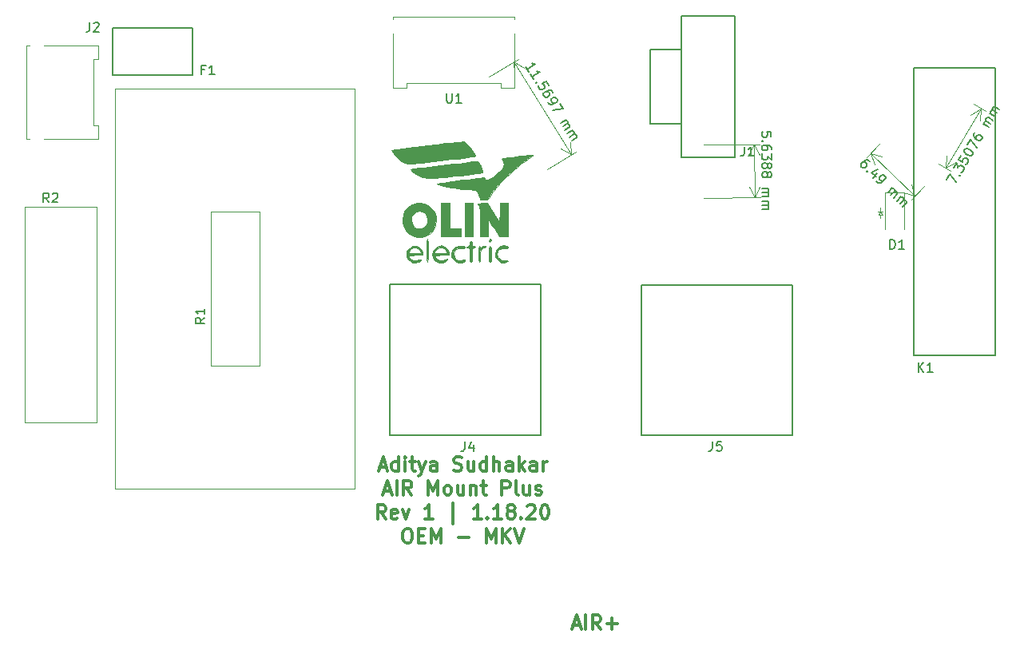
<source format=gbr>
G04 #@! TF.GenerationSoftware,KiCad,Pcbnew,(5.1.4-0-10_14)*
G04 #@! TF.CreationDate,2020-02-02T19:36:20-05:00*
G04 #@! TF.ProjectId,AIR_MOUNT_PLUS,4149525f-4d4f-4554-9e54-5f504c55532e,rev?*
G04 #@! TF.SameCoordinates,Original*
G04 #@! TF.FileFunction,Legend,Top*
G04 #@! TF.FilePolarity,Positive*
%FSLAX46Y46*%
G04 Gerber Fmt 4.6, Leading zero omitted, Abs format (unit mm)*
G04 Created by KiCad (PCBNEW (5.1.4-0-10_14)) date 2020-02-02 19:36:20*
%MOMM*%
%LPD*%
G04 APERTURE LIST*
%ADD10C,0.150000*%
%ADD11C,0.120000*%
%ADD12C,0.300000*%
%ADD13C,0.010000*%
%ADD14C,0.100000*%
G04 APERTURE END LIST*
D10*
X92063095Y-82990896D02*
X91761130Y-82505769D01*
X91912112Y-82748333D02*
X92761084Y-82219894D01*
X92589475Y-82214531D01*
X92458293Y-82184004D01*
X92367538Y-82128313D01*
X92566369Y-83799440D02*
X92264405Y-83314314D01*
X92415387Y-83556877D02*
X93264359Y-83028439D01*
X93092750Y-83023075D01*
X92961568Y-82992549D01*
X92870813Y-82936858D01*
X92873697Y-84112958D02*
X92858434Y-84178549D01*
X92792843Y-84163285D01*
X92808106Y-84097694D01*
X92873697Y-84112958D01*
X92792843Y-84163285D01*
X94145089Y-84443392D02*
X93893452Y-84039119D01*
X93464016Y-84250329D01*
X93529607Y-84265593D01*
X93620362Y-84321284D01*
X93746180Y-84523420D01*
X93756081Y-84629438D01*
X93740817Y-84695029D01*
X93685126Y-84785784D01*
X93482990Y-84911602D01*
X93376972Y-84921502D01*
X93311381Y-84906239D01*
X93220626Y-84850548D01*
X93094808Y-84648412D01*
X93084908Y-84542394D01*
X93100171Y-84476803D01*
X94623200Y-85211509D02*
X94522545Y-85049800D01*
X94431791Y-84994109D01*
X94366200Y-84978846D01*
X94194590Y-84973482D01*
X94007718Y-85033710D01*
X93684300Y-85235020D01*
X93628609Y-85325775D01*
X93613346Y-85391366D01*
X93623246Y-85497384D01*
X93723901Y-85659093D01*
X93814656Y-85714783D01*
X93880247Y-85730047D01*
X93986265Y-85720147D01*
X94188401Y-85594328D01*
X94244092Y-85503573D01*
X94259355Y-85437982D01*
X94249455Y-85331964D01*
X94148800Y-85170255D01*
X94058045Y-85114565D01*
X93992454Y-85099301D01*
X93886436Y-85109201D01*
X94076193Y-86225074D02*
X94176848Y-86386783D01*
X94267603Y-86442473D01*
X94333194Y-86457737D01*
X94504803Y-86463100D01*
X94691676Y-86402872D01*
X95015093Y-86201563D01*
X95070784Y-86110808D01*
X95086048Y-86045217D01*
X95076147Y-85939199D01*
X94975492Y-85777490D01*
X94884738Y-85721799D01*
X94819147Y-85706536D01*
X94713129Y-85716436D01*
X94510992Y-85842255D01*
X94455302Y-85933009D01*
X94440038Y-85998600D01*
X94449938Y-86104618D01*
X94550593Y-86266327D01*
X94641348Y-86322018D01*
X94706939Y-86337282D01*
X94812957Y-86327381D01*
X95352948Y-86383898D02*
X95705241Y-86949879D01*
X94629795Y-87114473D01*
X95460198Y-88448571D02*
X96026180Y-88096279D01*
X95945325Y-88146606D02*
X96010916Y-88161870D01*
X96101671Y-88217561D01*
X96177162Y-88338842D01*
X96187062Y-88444860D01*
X96131371Y-88535615D01*
X95686672Y-88812416D01*
X96131371Y-88535615D02*
X96237390Y-88525715D01*
X96328144Y-88581406D01*
X96403635Y-88702687D01*
X96413536Y-88808705D01*
X96357845Y-88899460D01*
X95913146Y-89176261D01*
X96164783Y-89580533D02*
X96730764Y-89228241D01*
X96649910Y-89278569D02*
X96715500Y-89293832D01*
X96806255Y-89349523D01*
X96881746Y-89470804D01*
X96891647Y-89576823D01*
X96835956Y-89667577D01*
X96391256Y-89944378D01*
X96835956Y-89667577D02*
X96941974Y-89657677D01*
X97032729Y-89713368D01*
X97108220Y-89834649D01*
X97118120Y-89940668D01*
X97062429Y-90031422D01*
X96617730Y-90308223D01*
D11*
X90447709Y-81951575D02*
X96569109Y-91768675D01*
X87858600Y-83566000D02*
X90945318Y-81641294D01*
X93980000Y-93383100D02*
X97066718Y-91458394D01*
X96569109Y-91768675D02*
X95475455Y-91123058D01*
X96569109Y-91768675D02*
X96470673Y-90502496D01*
X90447709Y-81951575D02*
X90546145Y-83217754D01*
X90447709Y-81951575D02*
X91541363Y-82597192D01*
D10*
X117753920Y-89877563D02*
X117749764Y-89401391D01*
X117273177Y-89357929D01*
X117321209Y-89405130D01*
X117369658Y-89499949D01*
X117371735Y-89738036D01*
X117324949Y-89833686D01*
X117277748Y-89881718D01*
X117182929Y-89930167D01*
X116944843Y-89932244D01*
X116849192Y-89885458D01*
X116801160Y-89838257D01*
X116752711Y-89743438D01*
X116750634Y-89505352D01*
X116797420Y-89409702D01*
X116844621Y-89361669D01*
X116853348Y-90361631D02*
X116806146Y-90409663D01*
X116758114Y-90362462D01*
X116805315Y-90314429D01*
X116853348Y-90361631D01*
X116758114Y-90362462D01*
X117765971Y-91258463D02*
X117764309Y-91067994D01*
X117715860Y-90973175D01*
X117667828Y-90925973D01*
X117524145Y-90831985D01*
X117333260Y-90786030D01*
X116952322Y-90789355D01*
X116857503Y-90837803D01*
X116810302Y-90885836D01*
X116763516Y-90981486D01*
X116765178Y-91171955D01*
X116813626Y-91266774D01*
X116861659Y-91313975D01*
X116957309Y-91360761D01*
X117195395Y-91358684D01*
X117290214Y-91310235D01*
X117337416Y-91262203D01*
X117384202Y-91166553D01*
X117382540Y-90976084D01*
X117334091Y-90881265D01*
X117286059Y-90834063D01*
X117190409Y-90787277D01*
X117769711Y-91687018D02*
X117775113Y-92306042D01*
X117391266Y-91976046D01*
X117392513Y-92118897D01*
X117345727Y-92214547D01*
X117298525Y-92262580D01*
X117203706Y-92311028D01*
X116965620Y-92313106D01*
X116869970Y-92266320D01*
X116821937Y-92219118D01*
X116773489Y-92124299D01*
X116770996Y-91838596D01*
X116817782Y-91742946D01*
X116864983Y-91694913D01*
X117351544Y-92881189D02*
X117398331Y-92785539D01*
X117445532Y-92737506D01*
X117540351Y-92689057D01*
X117587968Y-92688642D01*
X117683618Y-92735428D01*
X117731651Y-92782630D01*
X117780100Y-92877449D01*
X117781762Y-93067918D01*
X117734976Y-93163568D01*
X117687774Y-93211600D01*
X117592955Y-93260049D01*
X117545338Y-93260464D01*
X117449688Y-93213678D01*
X117401655Y-93166476D01*
X117353207Y-93071658D01*
X117351544Y-92881189D01*
X117303096Y-92786370D01*
X117255063Y-92739168D01*
X117159413Y-92692382D01*
X116968944Y-92694044D01*
X116874125Y-92742492D01*
X116826924Y-92790525D01*
X116780138Y-92886175D01*
X116781800Y-93076644D01*
X116830248Y-93171463D01*
X116878281Y-93218665D01*
X116973931Y-93265451D01*
X117164400Y-93263789D01*
X117259219Y-93215340D01*
X117306421Y-93167308D01*
X117353207Y-93071658D01*
X117359855Y-93833533D02*
X117406642Y-93737883D01*
X117453843Y-93689850D01*
X117548662Y-93641402D01*
X117596279Y-93640987D01*
X117691929Y-93687773D01*
X117739962Y-93734974D01*
X117788411Y-93829793D01*
X117790073Y-94020262D01*
X117743287Y-94115912D01*
X117696085Y-94163945D01*
X117601266Y-94212393D01*
X117553649Y-94212809D01*
X117457999Y-94166023D01*
X117409966Y-94118821D01*
X117361518Y-94024002D01*
X117359855Y-93833533D01*
X117311407Y-93738714D01*
X117263374Y-93691513D01*
X117167724Y-93644727D01*
X116977255Y-93646389D01*
X116882436Y-93694837D01*
X116835235Y-93742870D01*
X116788449Y-93838520D01*
X116790111Y-94028989D01*
X116838559Y-94123808D01*
X116886592Y-94171009D01*
X116982242Y-94217796D01*
X117172711Y-94216133D01*
X117267530Y-94167685D01*
X117314731Y-94119652D01*
X117361518Y-94024002D01*
X116802162Y-95409889D02*
X117468803Y-95404071D01*
X117373569Y-95404902D02*
X117421601Y-95452104D01*
X117470050Y-95546923D01*
X117471296Y-95689774D01*
X117424510Y-95785424D01*
X117329691Y-95833873D01*
X116805902Y-95838444D01*
X117329691Y-95833873D02*
X117425341Y-95880659D01*
X117473790Y-95975478D01*
X117475036Y-96118329D01*
X117428250Y-96213979D01*
X117333431Y-96262428D01*
X116809642Y-96266999D01*
X116813797Y-96743171D02*
X117480438Y-96737353D01*
X117385204Y-96738185D02*
X117433237Y-96785386D01*
X117481685Y-96880205D01*
X117482932Y-97023057D01*
X117436146Y-97118707D01*
X117341327Y-97167155D01*
X116817537Y-97171726D01*
X117341327Y-97167155D02*
X117436977Y-97213941D01*
X117485425Y-97308760D01*
X117486672Y-97451612D01*
X117439886Y-97547262D01*
X117345067Y-97595710D01*
X116821277Y-97600281D01*
D11*
X115942556Y-90693293D02*
X115993356Y-96332093D01*
X110591600Y-90741500D02*
X116528953Y-90688010D01*
X110642400Y-96380300D02*
X116579753Y-96326810D01*
X115993356Y-96332093D02*
X115396811Y-95210918D01*
X115993356Y-96332093D02*
X116569605Y-95200352D01*
X115942556Y-90693293D02*
X115366307Y-91825034D01*
X115942556Y-90693293D02*
X116539101Y-91814468D01*
D10*
X128180813Y-92534870D02*
X128043335Y-92403033D01*
X127941636Y-92371484D01*
X127874308Y-92372894D01*
X127706691Y-92410084D01*
X127540485Y-92514603D01*
X127276811Y-92789560D01*
X127245262Y-92891258D01*
X127246673Y-92958587D01*
X127282452Y-93058875D01*
X127419931Y-93190711D01*
X127521629Y-93222260D01*
X127588958Y-93220850D01*
X127689245Y-93185070D01*
X127854041Y-93013222D01*
X127885590Y-92911524D01*
X127884180Y-92844195D01*
X127848400Y-92743907D01*
X127710922Y-92612071D01*
X127609224Y-92580522D01*
X127541895Y-92581932D01*
X127441607Y-92617712D01*
X127932653Y-93550442D02*
X127934063Y-93617771D01*
X127866735Y-93619181D01*
X127865324Y-93551852D01*
X127932653Y-93550442D01*
X127866735Y-93619181D01*
X128981184Y-93764232D02*
X128519756Y-94245406D01*
X129073010Y-93324480D02*
X128406775Y-93675227D01*
X128853579Y-94103697D01*
X128932190Y-94640916D02*
X129069668Y-94772753D01*
X129171366Y-94804302D01*
X129238695Y-94802891D01*
X129406312Y-94765701D01*
X129572518Y-94661182D01*
X129836192Y-94386226D01*
X129867741Y-94284528D01*
X129866330Y-94217199D01*
X129830550Y-94116911D01*
X129693072Y-93985074D01*
X129591374Y-93953525D01*
X129524045Y-93954936D01*
X129423757Y-93990716D01*
X129258961Y-94162563D01*
X129227413Y-94264262D01*
X129228823Y-94331590D01*
X129264603Y-94431878D01*
X129402081Y-94563715D01*
X129503779Y-94595264D01*
X129571108Y-94593854D01*
X129671396Y-94558074D01*
X130135124Y-95794488D02*
X130596553Y-95313315D01*
X130530634Y-95382054D02*
X130597963Y-95380643D01*
X130699661Y-95412192D01*
X130802770Y-95511070D01*
X130838550Y-95611358D01*
X130807001Y-95713056D01*
X130444450Y-96091121D01*
X130807001Y-95713056D02*
X130907289Y-95677276D01*
X131008987Y-95708825D01*
X131112096Y-95807703D01*
X131147875Y-95907990D01*
X131116327Y-96009689D01*
X130753775Y-96387754D01*
X131097471Y-96717346D02*
X131558900Y-96236172D01*
X131492981Y-96304911D02*
X131560310Y-96303501D01*
X131662008Y-96335050D01*
X131765117Y-96433927D01*
X131800897Y-96534215D01*
X131769348Y-96635914D01*
X131406797Y-97013978D01*
X131769348Y-96635914D02*
X131869636Y-96600134D01*
X131971334Y-96631683D01*
X132074443Y-96730560D01*
X132110222Y-96830848D01*
X132078674Y-96932546D01*
X131716122Y-97310611D01*
D11*
X132983201Y-96140234D02*
X128296901Y-91644434D01*
X133946900Y-95135700D02*
X132577229Y-96563408D01*
X129260600Y-90639900D02*
X127890929Y-92067608D01*
X128296901Y-91644434D02*
X129515782Y-92001125D01*
X128296901Y-91644434D02*
X128703839Y-92847472D01*
X132983201Y-96140234D02*
X132576263Y-94937196D01*
X132983201Y-96140234D02*
X131764320Y-95783543D01*
D10*
X136368214Y-94444829D02*
X136707575Y-93871001D01*
X137350157Y-94748932D01*
X137680262Y-94003660D02*
X137745490Y-93986913D01*
X137762238Y-94052141D01*
X137697010Y-94068888D01*
X137680262Y-94003660D01*
X137762238Y-94052141D01*
X137095416Y-93215197D02*
X137410537Y-92682357D01*
X137568758Y-93163192D01*
X137641479Y-93040228D01*
X137730946Y-92982493D01*
X137796174Y-92965745D01*
X137902390Y-92973238D01*
X138107328Y-93094438D01*
X138165064Y-93183906D01*
X138181811Y-93249134D01*
X138174319Y-93355349D01*
X138028878Y-93601276D01*
X137939411Y-93659011D01*
X137874183Y-93675759D01*
X137871098Y-91903590D02*
X137628698Y-92313468D01*
X138014335Y-92596856D01*
X137997587Y-92531628D01*
X138005080Y-92425413D01*
X138126280Y-92220474D01*
X138215748Y-92162739D01*
X138280975Y-92145991D01*
X138387191Y-92153484D01*
X138592130Y-92274684D01*
X138649865Y-92364152D01*
X138666613Y-92429380D01*
X138659120Y-92535595D01*
X138537920Y-92740534D01*
X138448452Y-92798269D01*
X138383224Y-92815017D01*
X138210459Y-91329762D02*
X138258939Y-91247787D01*
X138348407Y-91190052D01*
X138413635Y-91173304D01*
X138519851Y-91180796D01*
X138708041Y-91236769D01*
X138912980Y-91357969D01*
X139052691Y-91495917D01*
X139110426Y-91585385D01*
X139127174Y-91650613D01*
X139119681Y-91756828D01*
X139071201Y-91838804D01*
X138981733Y-91896539D01*
X138916506Y-91913287D01*
X138810290Y-91905794D01*
X138622099Y-91849822D01*
X138417161Y-91728622D01*
X138277450Y-91590674D01*
X138219715Y-91501206D01*
X138202967Y-91435978D01*
X138210459Y-91329762D01*
X138549820Y-90755934D02*
X138889181Y-90182106D01*
X139531763Y-91060037D01*
X139301262Y-89485315D02*
X139204302Y-89649266D01*
X139196810Y-89755482D01*
X139213557Y-89820709D01*
X139288040Y-89975405D01*
X139427751Y-90113353D01*
X139755653Y-90307274D01*
X139861868Y-90314766D01*
X139927096Y-90298018D01*
X140016564Y-90240283D01*
X140113524Y-90076332D01*
X140121017Y-89970117D01*
X140104269Y-89904889D01*
X140046534Y-89815421D01*
X139841595Y-89694221D01*
X139735380Y-89686728D01*
X139670152Y-89703476D01*
X139580684Y-89761211D01*
X139483724Y-89925162D01*
X139476231Y-90031378D01*
X139492979Y-90096605D01*
X139550714Y-90186073D01*
X140816486Y-88887688D02*
X140242658Y-88548327D01*
X140324634Y-88596808D02*
X140307886Y-88531580D01*
X140315378Y-88425364D01*
X140388099Y-88302401D01*
X140477566Y-88244666D01*
X140583782Y-88252158D01*
X141034647Y-88518799D01*
X140583782Y-88252158D02*
X140526047Y-88162690D01*
X140533539Y-88056475D01*
X140606259Y-87933512D01*
X140695727Y-87875776D01*
X140801943Y-87883269D01*
X141252807Y-88149909D01*
X141495208Y-87740032D02*
X140921380Y-87400671D01*
X141003355Y-87449152D02*
X140986608Y-87383924D01*
X140994100Y-87277708D01*
X141066820Y-87154745D01*
X141156288Y-87097010D01*
X141262504Y-87104502D01*
X141713369Y-87371143D01*
X141262504Y-87104502D02*
X141204768Y-87015034D01*
X141212261Y-86908819D01*
X141284981Y-86785856D01*
X141374449Y-86728120D01*
X141480664Y-86735613D01*
X141931529Y-87002253D01*
D11*
X136249173Y-93221825D02*
X139995673Y-86897225D01*
X135470900Y-92760800D02*
X136753716Y-93520701D01*
X139217400Y-86436200D02*
X140500216Y-87196101D01*
X139995673Y-86897225D02*
X139926081Y-88165317D01*
X139995673Y-86897225D02*
X138916997Y-87567566D01*
X136249173Y-93221825D02*
X137327849Y-92551484D01*
X136249173Y-93221825D02*
X136318765Y-91953733D01*
D12*
X76255871Y-124898200D02*
X76970157Y-124898200D01*
X76113014Y-125326771D02*
X76613014Y-123826771D01*
X77113014Y-125326771D01*
X78255871Y-125326771D02*
X78255871Y-123826771D01*
X78255871Y-125255342D02*
X78113014Y-125326771D01*
X77827299Y-125326771D01*
X77684442Y-125255342D01*
X77613014Y-125183914D01*
X77541585Y-125041057D01*
X77541585Y-124612485D01*
X77613014Y-124469628D01*
X77684442Y-124398200D01*
X77827299Y-124326771D01*
X78113014Y-124326771D01*
X78255871Y-124398200D01*
X78970157Y-125326771D02*
X78970157Y-124326771D01*
X78970157Y-123826771D02*
X78898728Y-123898200D01*
X78970157Y-123969628D01*
X79041585Y-123898200D01*
X78970157Y-123826771D01*
X78970157Y-123969628D01*
X79470157Y-124326771D02*
X80041585Y-124326771D01*
X79684442Y-123826771D02*
X79684442Y-125112485D01*
X79755871Y-125255342D01*
X79898728Y-125326771D01*
X80041585Y-125326771D01*
X80398728Y-124326771D02*
X80755871Y-125326771D01*
X81113014Y-124326771D02*
X80755871Y-125326771D01*
X80613014Y-125683914D01*
X80541585Y-125755342D01*
X80398728Y-125826771D01*
X82327299Y-125326771D02*
X82327299Y-124541057D01*
X82255871Y-124398200D01*
X82113014Y-124326771D01*
X81827299Y-124326771D01*
X81684442Y-124398200D01*
X82327299Y-125255342D02*
X82184442Y-125326771D01*
X81827299Y-125326771D01*
X81684442Y-125255342D01*
X81613014Y-125112485D01*
X81613014Y-124969628D01*
X81684442Y-124826771D01*
X81827299Y-124755342D01*
X82184442Y-124755342D01*
X82327299Y-124683914D01*
X84113014Y-125255342D02*
X84327299Y-125326771D01*
X84684442Y-125326771D01*
X84827299Y-125255342D01*
X84898728Y-125183914D01*
X84970157Y-125041057D01*
X84970157Y-124898200D01*
X84898728Y-124755342D01*
X84827299Y-124683914D01*
X84684442Y-124612485D01*
X84398728Y-124541057D01*
X84255871Y-124469628D01*
X84184442Y-124398200D01*
X84113014Y-124255342D01*
X84113014Y-124112485D01*
X84184442Y-123969628D01*
X84255871Y-123898200D01*
X84398728Y-123826771D01*
X84755871Y-123826771D01*
X84970157Y-123898200D01*
X86255871Y-124326771D02*
X86255871Y-125326771D01*
X85613014Y-124326771D02*
X85613014Y-125112485D01*
X85684442Y-125255342D01*
X85827299Y-125326771D01*
X86041585Y-125326771D01*
X86184442Y-125255342D01*
X86255871Y-125183914D01*
X87613014Y-125326771D02*
X87613014Y-123826771D01*
X87613014Y-125255342D02*
X87470157Y-125326771D01*
X87184442Y-125326771D01*
X87041585Y-125255342D01*
X86970157Y-125183914D01*
X86898728Y-125041057D01*
X86898728Y-124612485D01*
X86970157Y-124469628D01*
X87041585Y-124398200D01*
X87184442Y-124326771D01*
X87470157Y-124326771D01*
X87613014Y-124398200D01*
X88327299Y-125326771D02*
X88327299Y-123826771D01*
X88970157Y-125326771D02*
X88970157Y-124541057D01*
X88898728Y-124398200D01*
X88755871Y-124326771D01*
X88541585Y-124326771D01*
X88398728Y-124398200D01*
X88327299Y-124469628D01*
X90327299Y-125326771D02*
X90327299Y-124541057D01*
X90255871Y-124398200D01*
X90113014Y-124326771D01*
X89827299Y-124326771D01*
X89684442Y-124398200D01*
X90327299Y-125255342D02*
X90184442Y-125326771D01*
X89827299Y-125326771D01*
X89684442Y-125255342D01*
X89613014Y-125112485D01*
X89613014Y-124969628D01*
X89684442Y-124826771D01*
X89827299Y-124755342D01*
X90184442Y-124755342D01*
X90327299Y-124683914D01*
X91041585Y-125326771D02*
X91041585Y-123826771D01*
X91184442Y-124755342D02*
X91613014Y-125326771D01*
X91613014Y-124326771D02*
X91041585Y-124898200D01*
X92898728Y-125326771D02*
X92898728Y-124541057D01*
X92827299Y-124398200D01*
X92684442Y-124326771D01*
X92398728Y-124326771D01*
X92255871Y-124398200D01*
X92898728Y-125255342D02*
X92755871Y-125326771D01*
X92398728Y-125326771D01*
X92255871Y-125255342D01*
X92184442Y-125112485D01*
X92184442Y-124969628D01*
X92255871Y-124826771D01*
X92398728Y-124755342D01*
X92755871Y-124755342D01*
X92898728Y-124683914D01*
X93613014Y-125326771D02*
X93613014Y-124326771D01*
X93613014Y-124612485D02*
X93684442Y-124469628D01*
X93755871Y-124398200D01*
X93898728Y-124326771D01*
X94041585Y-124326771D01*
X76720157Y-127448200D02*
X77434442Y-127448200D01*
X76577300Y-127876771D02*
X77077300Y-126376771D01*
X77577300Y-127876771D01*
X78077300Y-127876771D02*
X78077300Y-126376771D01*
X79648728Y-127876771D02*
X79148728Y-127162485D01*
X78791585Y-127876771D02*
X78791585Y-126376771D01*
X79363014Y-126376771D01*
X79505871Y-126448200D01*
X79577300Y-126519628D01*
X79648728Y-126662485D01*
X79648728Y-126876771D01*
X79577300Y-127019628D01*
X79505871Y-127091057D01*
X79363014Y-127162485D01*
X78791585Y-127162485D01*
X81434442Y-127876771D02*
X81434442Y-126376771D01*
X81934442Y-127448200D01*
X82434442Y-126376771D01*
X82434442Y-127876771D01*
X83363014Y-127876771D02*
X83220157Y-127805342D01*
X83148728Y-127733914D01*
X83077300Y-127591057D01*
X83077300Y-127162485D01*
X83148728Y-127019628D01*
X83220157Y-126948200D01*
X83363014Y-126876771D01*
X83577300Y-126876771D01*
X83720157Y-126948200D01*
X83791585Y-127019628D01*
X83863014Y-127162485D01*
X83863014Y-127591057D01*
X83791585Y-127733914D01*
X83720157Y-127805342D01*
X83577300Y-127876771D01*
X83363014Y-127876771D01*
X85148728Y-126876771D02*
X85148728Y-127876771D01*
X84505871Y-126876771D02*
X84505871Y-127662485D01*
X84577300Y-127805342D01*
X84720157Y-127876771D01*
X84934442Y-127876771D01*
X85077300Y-127805342D01*
X85148728Y-127733914D01*
X85863014Y-126876771D02*
X85863014Y-127876771D01*
X85863014Y-127019628D02*
X85934442Y-126948200D01*
X86077300Y-126876771D01*
X86291585Y-126876771D01*
X86434442Y-126948200D01*
X86505871Y-127091057D01*
X86505871Y-127876771D01*
X87005871Y-126876771D02*
X87577300Y-126876771D01*
X87220157Y-126376771D02*
X87220157Y-127662485D01*
X87291585Y-127805342D01*
X87434442Y-127876771D01*
X87577300Y-127876771D01*
X89220157Y-127876771D02*
X89220157Y-126376771D01*
X89791585Y-126376771D01*
X89934442Y-126448200D01*
X90005871Y-126519628D01*
X90077299Y-126662485D01*
X90077299Y-126876771D01*
X90005871Y-127019628D01*
X89934442Y-127091057D01*
X89791585Y-127162485D01*
X89220157Y-127162485D01*
X90934442Y-127876771D02*
X90791585Y-127805342D01*
X90720157Y-127662485D01*
X90720157Y-126376771D01*
X92148728Y-126876771D02*
X92148728Y-127876771D01*
X91505871Y-126876771D02*
X91505871Y-127662485D01*
X91577299Y-127805342D01*
X91720157Y-127876771D01*
X91934442Y-127876771D01*
X92077299Y-127805342D01*
X92148728Y-127733914D01*
X92791585Y-127805342D02*
X92934442Y-127876771D01*
X93220157Y-127876771D01*
X93363014Y-127805342D01*
X93434442Y-127662485D01*
X93434442Y-127591057D01*
X93363014Y-127448200D01*
X93220157Y-127376771D01*
X93005871Y-127376771D01*
X92863014Y-127305342D01*
X92791585Y-127162485D01*
X92791585Y-127091057D01*
X92863014Y-126948200D01*
X93005871Y-126876771D01*
X93220157Y-126876771D01*
X93363014Y-126948200D01*
X76898728Y-130426771D02*
X76398728Y-129712485D01*
X76041585Y-130426771D02*
X76041585Y-128926771D01*
X76613014Y-128926771D01*
X76755871Y-128998200D01*
X76827300Y-129069628D01*
X76898728Y-129212485D01*
X76898728Y-129426771D01*
X76827300Y-129569628D01*
X76755871Y-129641057D01*
X76613014Y-129712485D01*
X76041585Y-129712485D01*
X78113014Y-130355342D02*
X77970157Y-130426771D01*
X77684442Y-130426771D01*
X77541585Y-130355342D01*
X77470157Y-130212485D01*
X77470157Y-129641057D01*
X77541585Y-129498200D01*
X77684442Y-129426771D01*
X77970157Y-129426771D01*
X78113014Y-129498200D01*
X78184442Y-129641057D01*
X78184442Y-129783914D01*
X77470157Y-129926771D01*
X78684442Y-129426771D02*
X79041585Y-130426771D01*
X79398728Y-129426771D01*
X81898728Y-130426771D02*
X81041585Y-130426771D01*
X81470157Y-130426771D02*
X81470157Y-128926771D01*
X81327300Y-129141057D01*
X81184442Y-129283914D01*
X81041585Y-129355342D01*
X84041585Y-130926771D02*
X84041585Y-128783914D01*
X87041585Y-130426771D02*
X86184442Y-130426771D01*
X86613014Y-130426771D02*
X86613014Y-128926771D01*
X86470157Y-129141057D01*
X86327300Y-129283914D01*
X86184442Y-129355342D01*
X87684442Y-130283914D02*
X87755871Y-130355342D01*
X87684442Y-130426771D01*
X87613014Y-130355342D01*
X87684442Y-130283914D01*
X87684442Y-130426771D01*
X89184442Y-130426771D02*
X88327300Y-130426771D01*
X88755871Y-130426771D02*
X88755871Y-128926771D01*
X88613014Y-129141057D01*
X88470157Y-129283914D01*
X88327300Y-129355342D01*
X90041585Y-129569628D02*
X89898728Y-129498200D01*
X89827300Y-129426771D01*
X89755871Y-129283914D01*
X89755871Y-129212485D01*
X89827300Y-129069628D01*
X89898728Y-128998200D01*
X90041585Y-128926771D01*
X90327300Y-128926771D01*
X90470157Y-128998200D01*
X90541585Y-129069628D01*
X90613014Y-129212485D01*
X90613014Y-129283914D01*
X90541585Y-129426771D01*
X90470157Y-129498200D01*
X90327300Y-129569628D01*
X90041585Y-129569628D01*
X89898728Y-129641057D01*
X89827300Y-129712485D01*
X89755871Y-129855342D01*
X89755871Y-130141057D01*
X89827300Y-130283914D01*
X89898728Y-130355342D01*
X90041585Y-130426771D01*
X90327300Y-130426771D01*
X90470157Y-130355342D01*
X90541585Y-130283914D01*
X90613014Y-130141057D01*
X90613014Y-129855342D01*
X90541585Y-129712485D01*
X90470157Y-129641057D01*
X90327300Y-129569628D01*
X91255871Y-130283914D02*
X91327300Y-130355342D01*
X91255871Y-130426771D01*
X91184442Y-130355342D01*
X91255871Y-130283914D01*
X91255871Y-130426771D01*
X91898728Y-129069628D02*
X91970157Y-128998200D01*
X92113014Y-128926771D01*
X92470157Y-128926771D01*
X92613014Y-128998200D01*
X92684442Y-129069628D01*
X92755871Y-129212485D01*
X92755871Y-129355342D01*
X92684442Y-129569628D01*
X91827300Y-130426771D01*
X92755871Y-130426771D01*
X93684442Y-128926771D02*
X93827300Y-128926771D01*
X93970157Y-128998200D01*
X94041585Y-129069628D01*
X94113014Y-129212485D01*
X94184442Y-129498200D01*
X94184442Y-129855342D01*
X94113014Y-130141057D01*
X94041585Y-130283914D01*
X93970157Y-130355342D01*
X93827300Y-130426771D01*
X93684442Y-130426771D01*
X93541585Y-130355342D01*
X93470157Y-130283914D01*
X93398728Y-130141057D01*
X93327300Y-129855342D01*
X93327300Y-129498200D01*
X93398728Y-129212485D01*
X93470157Y-129069628D01*
X93541585Y-128998200D01*
X93684442Y-128926771D01*
X79077300Y-131476771D02*
X79363014Y-131476771D01*
X79505871Y-131548200D01*
X79648728Y-131691057D01*
X79720157Y-131976771D01*
X79720157Y-132476771D01*
X79648728Y-132762485D01*
X79505871Y-132905342D01*
X79363014Y-132976771D01*
X79077300Y-132976771D01*
X78934442Y-132905342D01*
X78791585Y-132762485D01*
X78720157Y-132476771D01*
X78720157Y-131976771D01*
X78791585Y-131691057D01*
X78934442Y-131548200D01*
X79077300Y-131476771D01*
X80363014Y-132191057D02*
X80863014Y-132191057D01*
X81077300Y-132976771D02*
X80363014Y-132976771D01*
X80363014Y-131476771D01*
X81077300Y-131476771D01*
X81720157Y-132976771D02*
X81720157Y-131476771D01*
X82220157Y-132548200D01*
X82720157Y-131476771D01*
X82720157Y-132976771D01*
X84577300Y-132405342D02*
X85720157Y-132405342D01*
X87577299Y-132976771D02*
X87577299Y-131476771D01*
X88077299Y-132548200D01*
X88577299Y-131476771D01*
X88577299Y-132976771D01*
X89291585Y-132976771D02*
X89291585Y-131476771D01*
X90148728Y-132976771D02*
X89505871Y-132119628D01*
X90148728Y-131476771D02*
X89291585Y-132333914D01*
X90577300Y-131476771D02*
X91077300Y-132976771D01*
X91577300Y-131476771D01*
X96756042Y-141689900D02*
X97470328Y-141689900D01*
X96613185Y-142118471D02*
X97113185Y-140618471D01*
X97613185Y-142118471D01*
X98113185Y-142118471D02*
X98113185Y-140618471D01*
X99684614Y-142118471D02*
X99184614Y-141404185D01*
X98827471Y-142118471D02*
X98827471Y-140618471D01*
X99398900Y-140618471D01*
X99541757Y-140689900D01*
X99613185Y-140761328D01*
X99684614Y-140904185D01*
X99684614Y-141118471D01*
X99613185Y-141261328D01*
X99541757Y-141332757D01*
X99398900Y-141404185D01*
X98827471Y-141404185D01*
X100327471Y-141547042D02*
X101470328Y-141547042D01*
X100898900Y-142118471D02*
X100898900Y-140975614D01*
D10*
X132854700Y-113093500D02*
X132854700Y-82613500D01*
X132854700Y-82613500D02*
X141490700Y-82613500D01*
X141490700Y-82613500D02*
X141490700Y-113093500D01*
X141490700Y-113093500D02*
X132854700Y-113093500D01*
D13*
G36*
X85208014Y-90428652D02*
G01*
X85238191Y-90436759D01*
X85370218Y-90542647D01*
X85563926Y-90750119D01*
X85787539Y-91019552D01*
X86009278Y-91311321D01*
X86197368Y-91585804D01*
X86298406Y-91758756D01*
X86354178Y-91911610D01*
X86302900Y-91980795D01*
X86287451Y-91986485D01*
X86175361Y-92005895D01*
X85917322Y-92041563D01*
X85535660Y-92090865D01*
X85052702Y-92151178D01*
X84490776Y-92219877D01*
X83872209Y-92294340D01*
X83219328Y-92371941D01*
X82554461Y-92450058D01*
X81899935Y-92526067D01*
X81278076Y-92597343D01*
X80711214Y-92661264D01*
X80221674Y-92715204D01*
X79831784Y-92756542D01*
X79563871Y-92782652D01*
X79441754Y-92790950D01*
X79222386Y-92759649D01*
X78958488Y-92687994D01*
X78926453Y-92676902D01*
X78652005Y-92552240D01*
X78405608Y-92399615D01*
X78392858Y-92389783D01*
X78240622Y-92248920D01*
X78050496Y-92044611D01*
X77852358Y-91813234D01*
X77676083Y-91591168D01*
X77551549Y-91414793D01*
X77508633Y-91320488D01*
X77510884Y-91315860D01*
X77598846Y-91299224D01*
X77837881Y-91264311D01*
X78210973Y-91213351D01*
X78701108Y-91148570D01*
X79291271Y-91072200D01*
X79964447Y-90986468D01*
X80703620Y-90893602D01*
X81301540Y-90819319D01*
X82300967Y-90697428D01*
X83140461Y-90598809D01*
X83827710Y-90522715D01*
X84370402Y-90468400D01*
X84776225Y-90435115D01*
X85052866Y-90422115D01*
X85208014Y-90428652D01*
X85208014Y-90428652D01*
G37*
X85208014Y-90428652D02*
X85238191Y-90436759D01*
X85370218Y-90542647D01*
X85563926Y-90750119D01*
X85787539Y-91019552D01*
X86009278Y-91311321D01*
X86197368Y-91585804D01*
X86298406Y-91758756D01*
X86354178Y-91911610D01*
X86302900Y-91980795D01*
X86287451Y-91986485D01*
X86175361Y-92005895D01*
X85917322Y-92041563D01*
X85535660Y-92090865D01*
X85052702Y-92151178D01*
X84490776Y-92219877D01*
X83872209Y-92294340D01*
X83219328Y-92371941D01*
X82554461Y-92450058D01*
X81899935Y-92526067D01*
X81278076Y-92597343D01*
X80711214Y-92661264D01*
X80221674Y-92715204D01*
X79831784Y-92756542D01*
X79563871Y-92782652D01*
X79441754Y-92790950D01*
X79222386Y-92759649D01*
X78958488Y-92687994D01*
X78926453Y-92676902D01*
X78652005Y-92552240D01*
X78405608Y-92399615D01*
X78392858Y-92389783D01*
X78240622Y-92248920D01*
X78050496Y-92044611D01*
X77852358Y-91813234D01*
X77676083Y-91591168D01*
X77551549Y-91414793D01*
X77508633Y-91320488D01*
X77510884Y-91315860D01*
X77598846Y-91299224D01*
X77837881Y-91264311D01*
X78210973Y-91213351D01*
X78701108Y-91148570D01*
X79291271Y-91072200D01*
X79964447Y-90986468D01*
X80703620Y-90893602D01*
X81301540Y-90819319D01*
X82300967Y-90697428D01*
X83140461Y-90598809D01*
X83827710Y-90522715D01*
X84370402Y-90468400D01*
X84776225Y-90435115D01*
X85052866Y-90422115D01*
X85208014Y-90428652D01*
G36*
X86679102Y-92509913D02*
G01*
X86761439Y-92615066D01*
X86857720Y-92826868D01*
X86945179Y-93046928D01*
X87051712Y-93336895D01*
X87120597Y-93561223D01*
X87139352Y-93678282D01*
X87136428Y-93684761D01*
X87037971Y-93711006D01*
X86795595Y-93751256D01*
X86433876Y-93802692D01*
X85977390Y-93862500D01*
X85450713Y-93927862D01*
X84878422Y-93995961D01*
X84285093Y-94063982D01*
X83695302Y-94129107D01*
X83133625Y-94188521D01*
X82624639Y-94239405D01*
X82192920Y-94278945D01*
X81863045Y-94304323D01*
X81659589Y-94312722D01*
X81657271Y-94312701D01*
X81308945Y-94291583D01*
X80979653Y-94242976D01*
X80786703Y-94192292D01*
X80545107Y-94084687D01*
X80263961Y-93932175D01*
X79982780Y-93760068D01*
X79741081Y-93593676D01*
X79578381Y-93458312D01*
X79531633Y-93388385D01*
X79600384Y-93312797D01*
X79661391Y-93302667D01*
X79774424Y-93292865D01*
X80033140Y-93265234D01*
X80415131Y-93222435D01*
X80897990Y-93167130D01*
X81459310Y-93101979D01*
X82076684Y-93029643D01*
X82727706Y-92952784D01*
X83389967Y-92874064D01*
X84041062Y-92796142D01*
X84658584Y-92721681D01*
X85220125Y-92653342D01*
X85703278Y-92593785D01*
X86085637Y-92545673D01*
X86344794Y-92511665D01*
X86444762Y-92497029D01*
X86582834Y-92480777D01*
X86679102Y-92509913D01*
X86679102Y-92509913D01*
G37*
X86679102Y-92509913D02*
X86761439Y-92615066D01*
X86857720Y-92826868D01*
X86945179Y-93046928D01*
X87051712Y-93336895D01*
X87120597Y-93561223D01*
X87139352Y-93678282D01*
X87136428Y-93684761D01*
X87037971Y-93711006D01*
X86795595Y-93751256D01*
X86433876Y-93802692D01*
X85977390Y-93862500D01*
X85450713Y-93927862D01*
X84878422Y-93995961D01*
X84285093Y-94063982D01*
X83695302Y-94129107D01*
X83133625Y-94188521D01*
X82624639Y-94239405D01*
X82192920Y-94278945D01*
X81863045Y-94304323D01*
X81659589Y-94312722D01*
X81657271Y-94312701D01*
X81308945Y-94291583D01*
X80979653Y-94242976D01*
X80786703Y-94192292D01*
X80545107Y-94084687D01*
X80263961Y-93932175D01*
X79982780Y-93760068D01*
X79741081Y-93593676D01*
X79578381Y-93458312D01*
X79531633Y-93388385D01*
X79600384Y-93312797D01*
X79661391Y-93302667D01*
X79774424Y-93292865D01*
X80033140Y-93265234D01*
X80415131Y-93222435D01*
X80897990Y-93167130D01*
X81459310Y-93101979D01*
X82076684Y-93029643D01*
X82727706Y-92952784D01*
X83389967Y-92874064D01*
X84041062Y-92796142D01*
X84658584Y-92721681D01*
X85220125Y-92653342D01*
X85703278Y-92593785D01*
X86085637Y-92545673D01*
X86344794Y-92511665D01*
X86444762Y-92497029D01*
X86582834Y-92480777D01*
X86679102Y-92509913D01*
G36*
X92482899Y-91832377D02*
G01*
X92459405Y-91902504D01*
X92394406Y-91949988D01*
X92229749Y-92058647D01*
X91965165Y-92251740D01*
X91630998Y-92505520D01*
X91257591Y-92796236D01*
X90875288Y-93100142D01*
X90514432Y-93393489D01*
X90205367Y-93652528D01*
X90081636Y-93760082D01*
X89621037Y-94196121D01*
X89140874Y-94700078D01*
X88680555Y-95227107D01*
X88279485Y-95732360D01*
X88011482Y-96116076D01*
X87842210Y-96372949D01*
X87716019Y-96518184D01*
X87586351Y-96583801D01*
X87406646Y-96601824D01*
X87303636Y-96602909D01*
X87060817Y-96596537D01*
X86935881Y-96553042D01*
X86877449Y-96440075D01*
X86851587Y-96318320D01*
X86764987Y-96032638D01*
X86644648Y-95780023D01*
X86574423Y-95673028D01*
X86496082Y-95599608D01*
X86376923Y-95550917D01*
X86184240Y-95518112D01*
X85885332Y-95492348D01*
X85488031Y-95467240D01*
X85012790Y-95430968D01*
X84524373Y-95381220D01*
X84090072Y-95325438D01*
X83851395Y-95286237D01*
X83444392Y-95202343D01*
X83059836Y-95111321D01*
X82729176Y-95022025D01*
X82483864Y-94943311D01*
X82355349Y-94884032D01*
X82346274Y-94862470D01*
X82434199Y-94844793D01*
X82664712Y-94810157D01*
X83012273Y-94761797D01*
X83451343Y-94702949D01*
X83956386Y-94636848D01*
X84501861Y-94566729D01*
X85062232Y-94495827D01*
X85611960Y-94427376D01*
X86125506Y-94364613D01*
X86577332Y-94310773D01*
X86941899Y-94269090D01*
X87193670Y-94242799D01*
X87299800Y-94234972D01*
X87393490Y-94302223D01*
X87405633Y-94361000D01*
X87464919Y-94464940D01*
X87631874Y-94461471D01*
X87890139Y-94358470D01*
X88223359Y-94163819D01*
X88615178Y-93885396D01*
X88946996Y-93618479D01*
X89230576Y-93349776D01*
X89378063Y-93117598D01*
X89403985Y-92881097D01*
X89322872Y-92599428D01*
X89315682Y-92582025D01*
X89240728Y-92373228D01*
X89215460Y-92239186D01*
X89220975Y-92221103D01*
X89316891Y-92195573D01*
X89548073Y-92156881D01*
X89882734Y-92108816D01*
X90289083Y-92055165D01*
X90735333Y-91999718D01*
X91189693Y-91946263D01*
X91620376Y-91898587D01*
X91995592Y-91860480D01*
X92283553Y-91835729D01*
X92452469Y-91828122D01*
X92482899Y-91832377D01*
X92482899Y-91832377D01*
G37*
X92482899Y-91832377D02*
X92459405Y-91902504D01*
X92394406Y-91949988D01*
X92229749Y-92058647D01*
X91965165Y-92251740D01*
X91630998Y-92505520D01*
X91257591Y-92796236D01*
X90875288Y-93100142D01*
X90514432Y-93393489D01*
X90205367Y-93652528D01*
X90081636Y-93760082D01*
X89621037Y-94196121D01*
X89140874Y-94700078D01*
X88680555Y-95227107D01*
X88279485Y-95732360D01*
X88011482Y-96116076D01*
X87842210Y-96372949D01*
X87716019Y-96518184D01*
X87586351Y-96583801D01*
X87406646Y-96601824D01*
X87303636Y-96602909D01*
X87060817Y-96596537D01*
X86935881Y-96553042D01*
X86877449Y-96440075D01*
X86851587Y-96318320D01*
X86764987Y-96032638D01*
X86644648Y-95780023D01*
X86574423Y-95673028D01*
X86496082Y-95599608D01*
X86376923Y-95550917D01*
X86184240Y-95518112D01*
X85885332Y-95492348D01*
X85488031Y-95467240D01*
X85012790Y-95430968D01*
X84524373Y-95381220D01*
X84090072Y-95325438D01*
X83851395Y-95286237D01*
X83444392Y-95202343D01*
X83059836Y-95111321D01*
X82729176Y-95022025D01*
X82483864Y-94943311D01*
X82355349Y-94884032D01*
X82346274Y-94862470D01*
X82434199Y-94844793D01*
X82664712Y-94810157D01*
X83012273Y-94761797D01*
X83451343Y-94702949D01*
X83956386Y-94636848D01*
X84501861Y-94566729D01*
X85062232Y-94495827D01*
X85611960Y-94427376D01*
X86125506Y-94364613D01*
X86577332Y-94310773D01*
X86941899Y-94269090D01*
X87193670Y-94242799D01*
X87299800Y-94234972D01*
X87393490Y-94302223D01*
X87405633Y-94361000D01*
X87464919Y-94464940D01*
X87631874Y-94461471D01*
X87890139Y-94358470D01*
X88223359Y-94163819D01*
X88615178Y-93885396D01*
X88946996Y-93618479D01*
X89230576Y-93349776D01*
X89378063Y-93117598D01*
X89403985Y-92881097D01*
X89322872Y-92599428D01*
X89315682Y-92582025D01*
X89240728Y-92373228D01*
X89215460Y-92239186D01*
X89220975Y-92221103D01*
X89316891Y-92195573D01*
X89548073Y-92156881D01*
X89882734Y-92108816D01*
X90289083Y-92055165D01*
X90735333Y-91999718D01*
X91189693Y-91946263D01*
X91620376Y-91898587D01*
X91995592Y-91860480D01*
X92283553Y-91835729D01*
X92452469Y-91828122D01*
X92482899Y-91832377D01*
G36*
X89860967Y-100499333D02*
G01*
X88971967Y-100496527D01*
X88421633Y-99652667D01*
X88202535Y-99324310D01*
X88013657Y-99055382D01*
X87875258Y-98873780D01*
X87807800Y-98807403D01*
X87781149Y-98885468D01*
X87760005Y-99097085D01*
X87747055Y-99406494D01*
X87744300Y-99652667D01*
X87744300Y-100499333D01*
X86897633Y-100499333D01*
X86897633Y-98949182D01*
X86894905Y-98368305D01*
X86885623Y-97934007D01*
X86868143Y-97623606D01*
X86840821Y-97414421D01*
X86802012Y-97283767D01*
X86773326Y-97234682D01*
X86676737Y-97086617D01*
X86678890Y-96999203D01*
X86801129Y-96956899D01*
X87064794Y-96944163D01*
X87172800Y-96943783D01*
X87701967Y-96944233D01*
X88971967Y-98921739D01*
X88995820Y-97932536D01*
X89019674Y-96943333D01*
X89860967Y-96943333D01*
X89860967Y-100499333D01*
X89860967Y-100499333D01*
G37*
X89860967Y-100499333D02*
X88971967Y-100496527D01*
X88421633Y-99652667D01*
X88202535Y-99324310D01*
X88013657Y-99055382D01*
X87875258Y-98873780D01*
X87807800Y-98807403D01*
X87781149Y-98885468D01*
X87760005Y-99097085D01*
X87747055Y-99406494D01*
X87744300Y-99652667D01*
X87744300Y-100499333D01*
X86897633Y-100499333D01*
X86897633Y-98949182D01*
X86894905Y-98368305D01*
X86885623Y-97934007D01*
X86868143Y-97623606D01*
X86840821Y-97414421D01*
X86802012Y-97283767D01*
X86773326Y-97234682D01*
X86676737Y-97086617D01*
X86678890Y-96999203D01*
X86801129Y-96956899D01*
X87064794Y-96944163D01*
X87172800Y-96943783D01*
X87701967Y-96944233D01*
X88971967Y-98921739D01*
X88995820Y-97932536D01*
X89019674Y-96943333D01*
X89860967Y-96943333D01*
X89860967Y-100499333D01*
G36*
X86135633Y-100499333D02*
G01*
X85288967Y-100499333D01*
X85288967Y-96943333D01*
X86135633Y-96943333D01*
X86135633Y-100499333D01*
X86135633Y-100499333D01*
G37*
X86135633Y-100499333D02*
X85288967Y-100499333D01*
X85288967Y-96943333D01*
X86135633Y-96943333D01*
X86135633Y-100499333D01*
G36*
X83680300Y-99652667D02*
G01*
X84865633Y-99652667D01*
X84865633Y-100499333D01*
X82748967Y-100499333D01*
X82748967Y-96943333D01*
X83680300Y-96943333D01*
X83680300Y-99652667D01*
X83680300Y-99652667D01*
G37*
X83680300Y-99652667D02*
X84865633Y-99652667D01*
X84865633Y-100499333D01*
X82748967Y-100499333D01*
X82748967Y-96943333D01*
X83680300Y-96943333D01*
X83680300Y-99652667D01*
G36*
X81009113Y-96992908D02*
G01*
X81481328Y-97210496D01*
X81859845Y-97548977D01*
X82124900Y-97988581D01*
X82256727Y-98509535D01*
X82267780Y-98721333D01*
X82191433Y-99261242D01*
X81977323Y-99728749D01*
X81647848Y-100106431D01*
X81225405Y-100376863D01*
X80732392Y-100522622D01*
X80191205Y-100526284D01*
X79993560Y-100490543D01*
X79526764Y-100300867D01*
X79144978Y-99980739D01*
X78866985Y-99555555D01*
X78711568Y-99050708D01*
X78690016Y-98783842D01*
X79575124Y-98783842D01*
X79668817Y-99126587D01*
X79874293Y-99409802D01*
X80166304Y-99596604D01*
X80462967Y-99652034D01*
X80679979Y-99607910D01*
X80922527Y-99500581D01*
X80941071Y-99489569D01*
X81197794Y-99248875D01*
X81327406Y-98946149D01*
X81340272Y-98618223D01*
X81246757Y-98301929D01*
X81057227Y-98034100D01*
X80782046Y-97851567D01*
X80462967Y-97790633D01*
X80142923Y-97866651D01*
X79851692Y-98065505D01*
X79648188Y-98343396D01*
X79618462Y-98418447D01*
X79575124Y-98783842D01*
X78690016Y-98783842D01*
X78684967Y-98721333D01*
X78758734Y-98159854D01*
X78969421Y-97683324D01*
X79301108Y-97307912D01*
X79737870Y-97049783D01*
X80263788Y-96925105D01*
X80462967Y-96915985D01*
X81009113Y-96992908D01*
X81009113Y-96992908D01*
G37*
X81009113Y-96992908D02*
X81481328Y-97210496D01*
X81859845Y-97548977D01*
X82124900Y-97988581D01*
X82256727Y-98509535D01*
X82267780Y-98721333D01*
X82191433Y-99261242D01*
X81977323Y-99728749D01*
X81647848Y-100106431D01*
X81225405Y-100376863D01*
X80732392Y-100522622D01*
X80191205Y-100526284D01*
X79993560Y-100490543D01*
X79526764Y-100300867D01*
X79144978Y-99980739D01*
X78866985Y-99555555D01*
X78711568Y-99050708D01*
X78690016Y-98783842D01*
X79575124Y-98783842D01*
X79668817Y-99126587D01*
X79874293Y-99409802D01*
X80166304Y-99596604D01*
X80462967Y-99652034D01*
X80679979Y-99607910D01*
X80922527Y-99500581D01*
X80941071Y-99489569D01*
X81197794Y-99248875D01*
X81327406Y-98946149D01*
X81340272Y-98618223D01*
X81246757Y-98301929D01*
X81057227Y-98034100D01*
X80782046Y-97851567D01*
X80462967Y-97790633D01*
X80142923Y-97866651D01*
X79851692Y-98065505D01*
X79648188Y-98343396D01*
X79618462Y-98418447D01*
X79575124Y-98783842D01*
X78690016Y-98783842D01*
X78684967Y-98721333D01*
X78758734Y-98159854D01*
X78969421Y-97683324D01*
X79301108Y-97307912D01*
X79737870Y-97049783D01*
X80263788Y-96925105D01*
X80462967Y-96915985D01*
X81009113Y-96992908D01*
G36*
X88068273Y-100818545D02*
G01*
X88082967Y-100875336D01*
X88036095Y-101013919D01*
X87936067Y-101061024D01*
X87883109Y-101033254D01*
X87828077Y-100898650D01*
X87878680Y-100781001D01*
X87955967Y-100753333D01*
X88068273Y-100818545D01*
X88068273Y-100818545D01*
G37*
X88068273Y-100818545D02*
X88082967Y-100875336D01*
X88036095Y-101013919D01*
X87936067Y-101061024D01*
X87883109Y-101033254D01*
X87828077Y-100898650D01*
X87878680Y-100781001D01*
X87955967Y-100753333D01*
X88068273Y-100818545D01*
G36*
X88015189Y-101543311D02*
G01*
X88053211Y-101645814D01*
X88074211Y-101850693D01*
X88082365Y-102185801D01*
X88082967Y-102362000D01*
X88078770Y-102756818D01*
X88063394Y-103010300D01*
X88032662Y-103150296D01*
X87982396Y-103204660D01*
X87955967Y-103208667D01*
X87896744Y-103180688D01*
X87858722Y-103078185D01*
X87837722Y-102873306D01*
X87829568Y-102538199D01*
X87828967Y-102362000D01*
X87833163Y-101967182D01*
X87848539Y-101713700D01*
X87879271Y-101573703D01*
X87929537Y-101519340D01*
X87955967Y-101515333D01*
X88015189Y-101543311D01*
X88015189Y-101543311D01*
G37*
X88015189Y-101543311D02*
X88053211Y-101645814D01*
X88074211Y-101850693D01*
X88082365Y-102185801D01*
X88082967Y-102362000D01*
X88078770Y-102756818D01*
X88063394Y-103010300D01*
X88032662Y-103150296D01*
X87982396Y-103204660D01*
X87955967Y-103208667D01*
X87896744Y-103180688D01*
X87858722Y-103078185D01*
X87837722Y-102873306D01*
X87829568Y-102538199D01*
X87828967Y-102362000D01*
X87833163Y-101967182D01*
X87848539Y-101713700D01*
X87879271Y-101573703D01*
X87929537Y-101519340D01*
X87955967Y-101515333D01*
X88015189Y-101543311D01*
G36*
X87485486Y-101519512D02*
G01*
X87490300Y-101557667D01*
X87416862Y-101659909D01*
X87281612Y-101684667D01*
X87104100Y-101727850D01*
X86986783Y-101871382D01*
X86920962Y-102136237D01*
X86897937Y-102543387D01*
X86897633Y-102610434D01*
X86886541Y-102916581D01*
X86856769Y-103128373D01*
X86813577Y-103208653D01*
X86812967Y-103208667D01*
X86773635Y-103128171D01*
X86745198Y-102902950D01*
X86730097Y-102557397D01*
X86728300Y-102362000D01*
X86736349Y-101968680D01*
X86758872Y-101684316D01*
X86793427Y-101533305D01*
X86812967Y-101515333D01*
X86893024Y-101581369D01*
X86897633Y-101613122D01*
X86946541Y-101643390D01*
X87052467Y-101570789D01*
X87235667Y-101457687D01*
X87396975Y-101440086D01*
X87485486Y-101519512D01*
X87485486Y-101519512D01*
G37*
X87485486Y-101519512D02*
X87490300Y-101557667D01*
X87416862Y-101659909D01*
X87281612Y-101684667D01*
X87104100Y-101727850D01*
X86986783Y-101871382D01*
X86920962Y-102136237D01*
X86897937Y-102543387D01*
X86897633Y-102610434D01*
X86886541Y-102916581D01*
X86856769Y-103128373D01*
X86813577Y-103208653D01*
X86812967Y-103208667D01*
X86773635Y-103128171D01*
X86745198Y-102902950D01*
X86730097Y-102557397D01*
X86728300Y-102362000D01*
X86736349Y-101968680D01*
X86758872Y-101684316D01*
X86793427Y-101533305D01*
X86812967Y-101515333D01*
X86893024Y-101581369D01*
X86897633Y-101613122D01*
X86946541Y-101643390D01*
X87052467Y-101570789D01*
X87235667Y-101457687D01*
X87396975Y-101440086D01*
X87485486Y-101519512D01*
G36*
X86024793Y-101083061D02*
G01*
X86050967Y-101261333D01*
X86077577Y-101447253D01*
X86176588Y-101512713D01*
X86220300Y-101515333D01*
X86357880Y-101550789D01*
X86389633Y-101600000D01*
X86318721Y-101668790D01*
X86220300Y-101684667D01*
X86139848Y-101697399D01*
X86089856Y-101757082D01*
X86063163Y-101895946D01*
X86052606Y-102146219D01*
X86050967Y-102446667D01*
X86046017Y-102818416D01*
X86027954Y-103049974D01*
X85991955Y-103170278D01*
X85933196Y-103208265D01*
X85923967Y-103208667D01*
X85862008Y-103178971D01*
X85823415Y-103070594D01*
X85803365Y-102854597D01*
X85797033Y-102502041D01*
X85796967Y-102446667D01*
X85794137Y-102084632D01*
X85780874Y-101859669D01*
X85750015Y-101739550D01*
X85694399Y-101692046D01*
X85627633Y-101684667D01*
X85490053Y-101649210D01*
X85458300Y-101600000D01*
X85529212Y-101531210D01*
X85627633Y-101515333D01*
X85751580Y-101475417D01*
X85795220Y-101326900D01*
X85796967Y-101261333D01*
X85834831Y-101059681D01*
X85923967Y-101007333D01*
X86024793Y-101083061D01*
X86024793Y-101083061D01*
G37*
X86024793Y-101083061D02*
X86050967Y-101261333D01*
X86077577Y-101447253D01*
X86176588Y-101512713D01*
X86220300Y-101515333D01*
X86357880Y-101550789D01*
X86389633Y-101600000D01*
X86318721Y-101668790D01*
X86220300Y-101684667D01*
X86139848Y-101697399D01*
X86089856Y-101757082D01*
X86063163Y-101895946D01*
X86052606Y-102146219D01*
X86050967Y-102446667D01*
X86046017Y-102818416D01*
X86027954Y-103049974D01*
X85991955Y-103170278D01*
X85933196Y-103208265D01*
X85923967Y-103208667D01*
X85862008Y-103178971D01*
X85823415Y-103070594D01*
X85803365Y-102854597D01*
X85797033Y-102502041D01*
X85796967Y-102446667D01*
X85794137Y-102084632D01*
X85780874Y-101859669D01*
X85750015Y-101739550D01*
X85694399Y-101692046D01*
X85627633Y-101684667D01*
X85490053Y-101649210D01*
X85458300Y-101600000D01*
X85529212Y-101531210D01*
X85627633Y-101515333D01*
X85751580Y-101475417D01*
X85795220Y-101326900D01*
X85796967Y-101261333D01*
X85834831Y-101059681D01*
X85923967Y-101007333D01*
X86024793Y-101083061D01*
G36*
X81344540Y-100835396D02*
G01*
X81370979Y-101071491D01*
X81387906Y-101446484D01*
X81394276Y-101945235D01*
X81394300Y-101981000D01*
X81388640Y-102487154D01*
X81372358Y-102870516D01*
X81346496Y-103115951D01*
X81312100Y-103208321D01*
X81309633Y-103208667D01*
X81274726Y-103126604D01*
X81248287Y-102890508D01*
X81231361Y-102515516D01*
X81224990Y-102016764D01*
X81224967Y-101981000D01*
X81230626Y-101474846D01*
X81246908Y-101091483D01*
X81272770Y-100846048D01*
X81307167Y-100753679D01*
X81309633Y-100753333D01*
X81344540Y-100835396D01*
X81344540Y-100835396D01*
G37*
X81344540Y-100835396D02*
X81370979Y-101071491D01*
X81387906Y-101446484D01*
X81394276Y-101945235D01*
X81394300Y-101981000D01*
X81388640Y-102487154D01*
X81372358Y-102870516D01*
X81346496Y-103115951D01*
X81312100Y-103208321D01*
X81309633Y-103208667D01*
X81274726Y-103126604D01*
X81248287Y-102890508D01*
X81231361Y-102515516D01*
X81224990Y-102016764D01*
X81224967Y-101981000D01*
X81230626Y-101474846D01*
X81246908Y-101091483D01*
X81272770Y-100846048D01*
X81307167Y-100753679D01*
X81309633Y-100753333D01*
X81344540Y-100835396D01*
G36*
X89727042Y-101482058D02*
G01*
X89843804Y-101586136D01*
X89860967Y-101649275D01*
X89807815Y-101725498D01*
X89631096Y-101718969D01*
X89610081Y-101714923D01*
X89238547Y-101702926D01*
X88955846Y-101829616D01*
X88802377Y-102023829D01*
X88716052Y-102346563D01*
X88797627Y-102651873D01*
X88975767Y-102873570D01*
X89153518Y-102998975D01*
X89360418Y-103031097D01*
X89518937Y-103016655D01*
X89754826Y-103008423D01*
X89853029Y-103052818D01*
X89802303Y-103132361D01*
X89643788Y-103210762D01*
X89464972Y-103272192D01*
X89333677Y-103278497D01*
X89169301Y-103224405D01*
X89046329Y-103171674D01*
X88728218Y-102953162D01*
X88548283Y-102637509D01*
X88506300Y-102334694D01*
X88581956Y-101992059D01*
X88782917Y-101709052D01*
X89070176Y-101512919D01*
X89404722Y-101430907D01*
X89727042Y-101482058D01*
X89727042Y-101482058D01*
G37*
X89727042Y-101482058D02*
X89843804Y-101586136D01*
X89860967Y-101649275D01*
X89807815Y-101725498D01*
X89631096Y-101718969D01*
X89610081Y-101714923D01*
X89238547Y-101702926D01*
X88955846Y-101829616D01*
X88802377Y-102023829D01*
X88716052Y-102346563D01*
X88797627Y-102651873D01*
X88975767Y-102873570D01*
X89153518Y-102998975D01*
X89360418Y-103031097D01*
X89518937Y-103016655D01*
X89754826Y-103008423D01*
X89853029Y-103052818D01*
X89802303Y-103132361D01*
X89643788Y-103210762D01*
X89464972Y-103272192D01*
X89333677Y-103278497D01*
X89169301Y-103224405D01*
X89046329Y-103171674D01*
X88728218Y-102953162D01*
X88548283Y-102637509D01*
X88506300Y-102334694D01*
X88581956Y-101992059D01*
X88782917Y-101709052D01*
X89070176Y-101512919D01*
X89404722Y-101430907D01*
X89727042Y-101482058D01*
G36*
X85043772Y-101486103D02*
G01*
X85083779Y-101502880D01*
X85255986Y-101607377D01*
X85269179Y-101681815D01*
X85132526Y-101715854D01*
X84904405Y-101705187D01*
X84537773Y-101725098D01*
X84276450Y-101872694D01*
X84131013Y-102139185D01*
X84103633Y-102370613D01*
X84176531Y-102676594D01*
X84368348Y-102902038D01*
X84638770Y-103024015D01*
X84947482Y-103019593D01*
X85125199Y-102951688D01*
X85252885Y-102907852D01*
X85288889Y-102981469D01*
X85288967Y-102989024D01*
X85265994Y-103102308D01*
X85168063Y-103173119D01*
X84951652Y-103229985D01*
X84907967Y-103238744D01*
X84637311Y-103238801D01*
X84389663Y-103172688D01*
X84070343Y-102951809D01*
X83889758Y-102635645D01*
X83849633Y-102349657D01*
X83923019Y-102011558D01*
X84117555Y-101729786D01*
X84394812Y-101530707D01*
X84716361Y-101440690D01*
X85043772Y-101486103D01*
X85043772Y-101486103D01*
G37*
X85043772Y-101486103D02*
X85083779Y-101502880D01*
X85255986Y-101607377D01*
X85269179Y-101681815D01*
X85132526Y-101715854D01*
X84904405Y-101705187D01*
X84537773Y-101725098D01*
X84276450Y-101872694D01*
X84131013Y-102139185D01*
X84103633Y-102370613D01*
X84176531Y-102676594D01*
X84368348Y-102902038D01*
X84638770Y-103024015D01*
X84947482Y-103019593D01*
X85125199Y-102951688D01*
X85252885Y-102907852D01*
X85288889Y-102981469D01*
X85288967Y-102989024D01*
X85265994Y-103102308D01*
X85168063Y-103173119D01*
X84951652Y-103229985D01*
X84907967Y-103238744D01*
X84637311Y-103238801D01*
X84389663Y-103172688D01*
X84070343Y-102951809D01*
X83889758Y-102635645D01*
X83849633Y-102349657D01*
X83923019Y-102011558D01*
X84117555Y-101729786D01*
X84394812Y-101530707D01*
X84716361Y-101440690D01*
X85043772Y-101486103D01*
G36*
X83017762Y-101500188D02*
G01*
X83265639Y-101675753D01*
X83471977Y-101908749D01*
X83586524Y-102150244D01*
X83595633Y-102226533D01*
X83595633Y-102446667D01*
X82833633Y-102446667D01*
X82447114Y-102456109D01*
X82187956Y-102482977D01*
X82075016Y-102525079D01*
X82071633Y-102535182D01*
X82126702Y-102650111D01*
X82261120Y-102812840D01*
X82279451Y-102831515D01*
X82556828Y-102999031D01*
X82883649Y-103034931D01*
X83196924Y-102934221D01*
X83238128Y-102907532D01*
X83373981Y-102823174D01*
X83421462Y-102844057D01*
X83426300Y-102911852D01*
X83354432Y-103022565D01*
X83178718Y-103144142D01*
X82958991Y-103244064D01*
X82755088Y-103289810D01*
X82730519Y-103290019D01*
X82583652Y-103255827D01*
X82369277Y-103176737D01*
X82343631Y-103165774D01*
X82063664Y-102968025D01*
X81904936Y-102696379D01*
X81858748Y-102385520D01*
X81897973Y-102170948D01*
X82076795Y-102170948D01*
X82187688Y-102240950D01*
X82445388Y-102272319D01*
X82706633Y-102277333D01*
X83032812Y-102272742D01*
X83224301Y-102253308D01*
X83315625Y-102210538D01*
X83341308Y-102135937D01*
X83341633Y-102121122D01*
X83269608Y-101902172D01*
X83084425Y-101750701D01*
X82832424Y-101677314D01*
X82559943Y-101692617D01*
X82313322Y-101807217D01*
X82244265Y-101869965D01*
X82099918Y-102051043D01*
X82076795Y-102170948D01*
X81897973Y-102170948D01*
X81916403Y-102070137D01*
X82069205Y-101784916D01*
X82308455Y-101564544D01*
X82625458Y-101443708D01*
X82778600Y-101430983D01*
X83017762Y-101500188D01*
X83017762Y-101500188D01*
G37*
X83017762Y-101500188D02*
X83265639Y-101675753D01*
X83471977Y-101908749D01*
X83586524Y-102150244D01*
X83595633Y-102226533D01*
X83595633Y-102446667D01*
X82833633Y-102446667D01*
X82447114Y-102456109D01*
X82187956Y-102482977D01*
X82075016Y-102525079D01*
X82071633Y-102535182D01*
X82126702Y-102650111D01*
X82261120Y-102812840D01*
X82279451Y-102831515D01*
X82556828Y-102999031D01*
X82883649Y-103034931D01*
X83196924Y-102934221D01*
X83238128Y-102907532D01*
X83373981Y-102823174D01*
X83421462Y-102844057D01*
X83426300Y-102911852D01*
X83354432Y-103022565D01*
X83178718Y-103144142D01*
X82958991Y-103244064D01*
X82755088Y-103289810D01*
X82730519Y-103290019D01*
X82583652Y-103255827D01*
X82369277Y-103176737D01*
X82343631Y-103165774D01*
X82063664Y-102968025D01*
X81904936Y-102696379D01*
X81858748Y-102385520D01*
X81897973Y-102170948D01*
X82076795Y-102170948D01*
X82187688Y-102240950D01*
X82445388Y-102272319D01*
X82706633Y-102277333D01*
X83032812Y-102272742D01*
X83224301Y-102253308D01*
X83315625Y-102210538D01*
X83341308Y-102135937D01*
X83341633Y-102121122D01*
X83269608Y-101902172D01*
X83084425Y-101750701D01*
X82832424Y-101677314D01*
X82559943Y-101692617D01*
X82313322Y-101807217D01*
X82244265Y-101869965D01*
X82099918Y-102051043D01*
X82076795Y-102170948D01*
X81897973Y-102170948D01*
X81916403Y-102070137D01*
X82069205Y-101784916D01*
X82308455Y-101564544D01*
X82625458Y-101443708D01*
X82778600Y-101430983D01*
X83017762Y-101500188D01*
G36*
X80063032Y-101456934D02*
G01*
X80408809Y-101571067D01*
X80662109Y-101790087D01*
X80791464Y-102082444D01*
X80801633Y-102197388D01*
X80801633Y-102446667D01*
X80081967Y-102446667D01*
X79685870Y-102458317D01*
X79446376Y-102499379D01*
X79351971Y-102579013D01*
X79391139Y-102706384D01*
X79539752Y-102878119D01*
X79771304Y-102999888D01*
X80087381Y-103020331D01*
X80435242Y-102937276D01*
X80484133Y-102916977D01*
X80605444Y-102902126D01*
X80632300Y-102983962D01*
X80553620Y-103098792D01*
X80341193Y-103196556D01*
X80314800Y-103204215D01*
X80054674Y-103270132D01*
X79883796Y-103280217D01*
X79729176Y-103227136D01*
X79558203Y-103128214D01*
X79279955Y-102900892D01*
X79139812Y-102620159D01*
X79108300Y-102316766D01*
X79135984Y-102121122D01*
X79362300Y-102121122D01*
X79380961Y-102201363D01*
X79459961Y-102248469D01*
X79633825Y-102270935D01*
X79937076Y-102277253D01*
X79997300Y-102277333D01*
X80300850Y-102272637D01*
X80525390Y-102260214D01*
X80629533Y-102242565D01*
X80632300Y-102238984D01*
X80600919Y-102142183D01*
X80533118Y-101982954D01*
X80371771Y-101792076D01*
X80135815Y-101693274D01*
X79871077Y-101681139D01*
X79623383Y-101750264D01*
X79438561Y-101895241D01*
X79362436Y-102110661D01*
X79362300Y-102121122D01*
X79135984Y-102121122D01*
X79142375Y-102075962D01*
X79267093Y-101860735D01*
X79406997Y-101707702D01*
X79603331Y-101528198D01*
X79762244Y-101449671D01*
X79956332Y-101444371D01*
X80063032Y-101456934D01*
X80063032Y-101456934D01*
G37*
X80063032Y-101456934D02*
X80408809Y-101571067D01*
X80662109Y-101790087D01*
X80791464Y-102082444D01*
X80801633Y-102197388D01*
X80801633Y-102446667D01*
X80081967Y-102446667D01*
X79685870Y-102458317D01*
X79446376Y-102499379D01*
X79351971Y-102579013D01*
X79391139Y-102706384D01*
X79539752Y-102878119D01*
X79771304Y-102999888D01*
X80087381Y-103020331D01*
X80435242Y-102937276D01*
X80484133Y-102916977D01*
X80605444Y-102902126D01*
X80632300Y-102983962D01*
X80553620Y-103098792D01*
X80341193Y-103196556D01*
X80314800Y-103204215D01*
X80054674Y-103270132D01*
X79883796Y-103280217D01*
X79729176Y-103227136D01*
X79558203Y-103128214D01*
X79279955Y-102900892D01*
X79139812Y-102620159D01*
X79108300Y-102316766D01*
X79135984Y-102121122D01*
X79362300Y-102121122D01*
X79380961Y-102201363D01*
X79459961Y-102248469D01*
X79633825Y-102270935D01*
X79937076Y-102277253D01*
X79997300Y-102277333D01*
X80300850Y-102272637D01*
X80525390Y-102260214D01*
X80629533Y-102242565D01*
X80632300Y-102238984D01*
X80600919Y-102142183D01*
X80533118Y-101982954D01*
X80371771Y-101792076D01*
X80135815Y-101693274D01*
X79871077Y-101681139D01*
X79623383Y-101750264D01*
X79438561Y-101895241D01*
X79362436Y-102110661D01*
X79362300Y-102121122D01*
X79135984Y-102121122D01*
X79142375Y-102075962D01*
X79267093Y-101860735D01*
X79406997Y-101707702D01*
X79603331Y-101528198D01*
X79762244Y-101449671D01*
X79956332Y-101444371D01*
X80063032Y-101456934D01*
D10*
X56452900Y-83399000D02*
X47952900Y-83399000D01*
X47952900Y-83399000D02*
X47952900Y-78399000D01*
X47952900Y-78399000D02*
X56452900Y-78399000D01*
X56452900Y-78399000D02*
X56452900Y-83399000D01*
D11*
X46278800Y-120192800D02*
X38658800Y-120192800D01*
X38658800Y-120192800D02*
X38658800Y-97332800D01*
X38658800Y-97332800D02*
X45008800Y-97332800D01*
X46278800Y-103682800D02*
X46278800Y-120192800D01*
X46278800Y-103682800D02*
X46278800Y-97332800D01*
X46278800Y-97332800D02*
X45008800Y-97332800D01*
D14*
X129335400Y-98144000D02*
X129335400Y-98544000D01*
X129335400Y-97844000D02*
X129535400Y-98144000D01*
X129535400Y-98144000D02*
X129135400Y-98144000D01*
X129135400Y-98144000D02*
X129335400Y-97844000D01*
X129335400Y-97444000D02*
X129335400Y-97844000D01*
X129335400Y-97844000D02*
X129585400Y-97844000D01*
X129585400Y-97844000D02*
X129085400Y-97844000D01*
D11*
X131835400Y-95844000D02*
X129835400Y-95844000D01*
X129835400Y-95844000D02*
X129835400Y-99694000D01*
X131835400Y-95844000D02*
X131835400Y-99694000D01*
D10*
X108209700Y-80694700D02*
X104899700Y-80694700D01*
X104899700Y-80694700D02*
X104899700Y-88494700D01*
X104899700Y-88494700D02*
X108209700Y-88494700D01*
X108209700Y-92094700D02*
X113931700Y-92094700D01*
X108209700Y-77094700D02*
X113931700Y-77094700D01*
X108209700Y-92094700D02*
X108209700Y-77094700D01*
X113931700Y-92094700D02*
X113931700Y-77094700D01*
D11*
X63547300Y-97871300D02*
X63547300Y-114171300D01*
X73647300Y-84821300D02*
X73647300Y-127221300D01*
X63547300Y-97871300D02*
X58347300Y-97871300D01*
X63547300Y-114171300D02*
X58347300Y-114171300D01*
X58347300Y-97871300D02*
X58347300Y-114171300D01*
X48247300Y-84821300D02*
X48247300Y-127221300D01*
X48247300Y-127221300D02*
X73647300Y-127221300D01*
X48247300Y-84821300D02*
X73647300Y-84821300D01*
D10*
X77318600Y-105512600D02*
X93318600Y-105512600D01*
X93318600Y-105512600D02*
X93318600Y-121512600D01*
X93318600Y-121512600D02*
X77318600Y-121512600D01*
X77318600Y-121512600D02*
X77318600Y-105512600D01*
X104001300Y-121588800D02*
X104001300Y-105588800D01*
X120001300Y-121588800D02*
X104001300Y-121588800D01*
X120001300Y-105588800D02*
X120001300Y-121588800D01*
X104001300Y-105588800D02*
X120001300Y-105588800D01*
D11*
X39127700Y-80232600D02*
X38817700Y-80232600D01*
X38817700Y-80232600D02*
X38817700Y-90102600D01*
X38817700Y-90102600D02*
X39127700Y-90102600D01*
X40647700Y-80232600D02*
X46407700Y-80232600D01*
X46407700Y-80232600D02*
X46407700Y-81652600D01*
X46407700Y-81652600D02*
X45907700Y-81652600D01*
X45907700Y-81652600D02*
X45907700Y-88682600D01*
X45907700Y-88682600D02*
X46407700Y-88682600D01*
X46407700Y-88682600D02*
X46407700Y-90102600D01*
X46407700Y-90102600D02*
X40647700Y-90102600D01*
X90547100Y-77471800D02*
X90547100Y-77161800D01*
X90547100Y-77161800D02*
X77677100Y-77161800D01*
X77677100Y-77161800D02*
X77677100Y-77471800D01*
X90547100Y-78991800D02*
X90547100Y-84751800D01*
X90547100Y-84751800D02*
X89127100Y-84751800D01*
X89127100Y-84751800D02*
X89127100Y-84251800D01*
X89127100Y-84251800D02*
X79097100Y-84251800D01*
X79097100Y-84251800D02*
X79097100Y-84751800D01*
X79097100Y-84751800D02*
X77677100Y-84751800D01*
X77677100Y-84751800D02*
X77677100Y-78991800D01*
D10*
X133348504Y-114853980D02*
X133348504Y-113853980D01*
X133919933Y-114853980D02*
X133491361Y-114282552D01*
X133919933Y-113853980D02*
X133348504Y-114425409D01*
X134872314Y-114853980D02*
X134300885Y-114853980D01*
X134586600Y-114853980D02*
X134586600Y-113853980D01*
X134491361Y-113996838D01*
X134396123Y-114092076D01*
X134300885Y-114139695D01*
X57718366Y-82796071D02*
X57385033Y-82796071D01*
X57385033Y-83319880D02*
X57385033Y-82319880D01*
X57861223Y-82319880D01*
X58765985Y-83319880D02*
X58194557Y-83319880D01*
X58480271Y-83319880D02*
X58480271Y-82319880D01*
X58385033Y-82462738D01*
X58289795Y-82557976D01*
X58194557Y-82605595D01*
X41197233Y-96858080D02*
X40863900Y-96381890D01*
X40625804Y-96858080D02*
X40625804Y-95858080D01*
X41006757Y-95858080D01*
X41101995Y-95905700D01*
X41149614Y-95953319D01*
X41197233Y-96048557D01*
X41197233Y-96191414D01*
X41149614Y-96286652D01*
X41101995Y-96334271D01*
X41006757Y-96381890D01*
X40625804Y-96381890D01*
X41578185Y-95953319D02*
X41625804Y-95905700D01*
X41721042Y-95858080D01*
X41959138Y-95858080D01*
X42054376Y-95905700D01*
X42101995Y-95953319D01*
X42149614Y-96048557D01*
X42149614Y-96143795D01*
X42101995Y-96286652D01*
X41530566Y-96858080D01*
X42149614Y-96858080D01*
X130338604Y-101811080D02*
X130338604Y-100811080D01*
X130576700Y-100811080D01*
X130719557Y-100858700D01*
X130814795Y-100953938D01*
X130862414Y-101049176D01*
X130910033Y-101239652D01*
X130910033Y-101382509D01*
X130862414Y-101572985D01*
X130814795Y-101668223D01*
X130719557Y-101763461D01*
X130576700Y-101811080D01*
X130338604Y-101811080D01*
X131862414Y-101811080D02*
X131290985Y-101811080D01*
X131576700Y-101811080D02*
X131576700Y-100811080D01*
X131481461Y-100953938D01*
X131386223Y-101049176D01*
X131290985Y-101096795D01*
X114919166Y-90955880D02*
X114919166Y-91670166D01*
X114871547Y-91813023D01*
X114776309Y-91908261D01*
X114633452Y-91955880D01*
X114538214Y-91955880D01*
X115919166Y-91955880D02*
X115347738Y-91955880D01*
X115633452Y-91955880D02*
X115633452Y-90955880D01*
X115538214Y-91098738D01*
X115442976Y-91193976D01*
X115347738Y-91241595D01*
X57716680Y-109081866D02*
X57240490Y-109415200D01*
X57716680Y-109653295D02*
X56716680Y-109653295D01*
X56716680Y-109272342D01*
X56764300Y-109177104D01*
X56811919Y-109129485D01*
X56907157Y-109081866D01*
X57050014Y-109081866D01*
X57145252Y-109129485D01*
X57192871Y-109177104D01*
X57240490Y-109272342D01*
X57240490Y-109653295D01*
X57716680Y-108129485D02*
X57716680Y-108700914D01*
X57716680Y-108415200D02*
X56716680Y-108415200D01*
X56859538Y-108510438D01*
X56954776Y-108605676D01*
X57002395Y-108700914D01*
X85277366Y-122248680D02*
X85277366Y-122962966D01*
X85229747Y-123105823D01*
X85134509Y-123201061D01*
X84991652Y-123248680D01*
X84896414Y-123248680D01*
X86182128Y-122582014D02*
X86182128Y-123248680D01*
X85944033Y-122201061D02*
X85705938Y-122915347D01*
X86324985Y-122915347D01*
X111528266Y-122210580D02*
X111528266Y-122924866D01*
X111480647Y-123067723D01*
X111385409Y-123162961D01*
X111242552Y-123210580D01*
X111147314Y-123210580D01*
X112480647Y-122210580D02*
X112004457Y-122210580D01*
X111956838Y-122686771D01*
X112004457Y-122639152D01*
X112099695Y-122591533D01*
X112337790Y-122591533D01*
X112433028Y-122639152D01*
X112480647Y-122686771D01*
X112528266Y-122782009D01*
X112528266Y-123020104D01*
X112480647Y-123115342D01*
X112433028Y-123162961D01*
X112337790Y-123210580D01*
X112099695Y-123210580D01*
X112004457Y-123162961D01*
X111956838Y-123115342D01*
X45513666Y-77773280D02*
X45513666Y-78487566D01*
X45466047Y-78630423D01*
X45370809Y-78725661D01*
X45227952Y-78773280D01*
X45132714Y-78773280D01*
X45942238Y-77868519D02*
X45989857Y-77820900D01*
X46085095Y-77773280D01*
X46323190Y-77773280D01*
X46418428Y-77820900D01*
X46466047Y-77868519D01*
X46513666Y-77963757D01*
X46513666Y-78058995D01*
X46466047Y-78201852D01*
X45894619Y-78773280D01*
X46513666Y-78773280D01*
X83350195Y-85294180D02*
X83350195Y-86103704D01*
X83397814Y-86198942D01*
X83445433Y-86246561D01*
X83540671Y-86294180D01*
X83731147Y-86294180D01*
X83826385Y-86246561D01*
X83874004Y-86198942D01*
X83921623Y-86103704D01*
X83921623Y-85294180D01*
X84921623Y-86294180D02*
X84350195Y-86294180D01*
X84635909Y-86294180D02*
X84635909Y-85294180D01*
X84540671Y-85437038D01*
X84445433Y-85532276D01*
X84350195Y-85579895D01*
M02*

</source>
